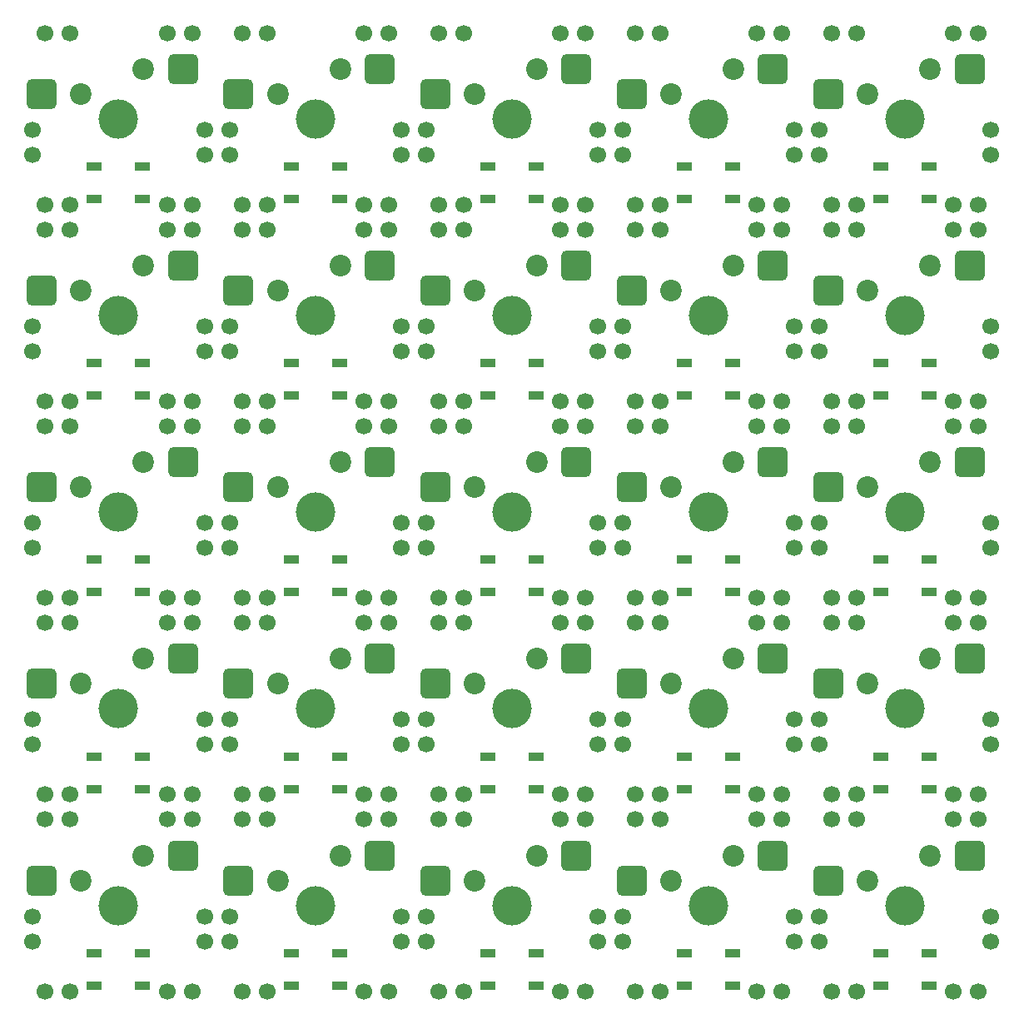
<source format=gbr>
%TF.GenerationSoftware,KiCad,Pcbnew,9.0.0*%
%TF.CreationDate,2025-05-01T22:13:03+08:00*%
%TF.ProjectId,kbd5x5,6b626435-7835-42e6-9b69-6361645f7063,rev?*%
%TF.SameCoordinates,Original*%
%TF.FileFunction,Soldermask,Top*%
%TF.FilePolarity,Negative*%
%FSLAX46Y46*%
G04 Gerber Fmt 4.6, Leading zero omitted, Abs format (unit mm)*
G04 Created by KiCad (PCBNEW 9.0.0) date 2025-05-01 22:13:03*
%MOMM*%
%LPD*%
G01*
G04 APERTURE LIST*
G04 Aperture macros list*
%AMRoundRect*
0 Rectangle with rounded corners*
0 $1 Rounding radius*
0 $2 $3 $4 $5 $6 $7 $8 $9 X,Y pos of 4 corners*
0 Add a 4 corners polygon primitive as box body*
4,1,4,$2,$3,$4,$5,$6,$7,$8,$9,$2,$3,0*
0 Add four circle primitives for the rounded corners*
1,1,$1+$1,$2,$3*
1,1,$1+$1,$4,$5*
1,1,$1+$1,$6,$7*
1,1,$1+$1,$8,$9*
0 Add four rect primitives between the rounded corners*
20,1,$1+$1,$2,$3,$4,$5,0*
20,1,$1+$1,$4,$5,$6,$7,0*
20,1,$1+$1,$6,$7,$8,$9,0*
20,1,$1+$1,$8,$9,$2,$3,0*%
G04 Aperture macros list end*
%ADD10C,4.000000*%
%ADD11C,1.700000*%
%ADD12RoundRect,0.450000X-1.050000X-1.050000X1.050000X-1.050000X1.050000X1.050000X-1.050000X1.050000X0*%
%ADD13C,2.200000*%
%ADD14RoundRect,0.090000X-0.660000X-0.360000X0.660000X-0.360000X0.660000X0.360000X-0.660000X0.360000X0*%
G04 APERTURE END LIST*
D10*
%TO.C,SW1*%
X40000000Y-40000000D03*
D11*
X31270000Y-41110000D03*
D12*
X32190000Y-37460000D03*
D13*
X36190000Y-37460000D03*
D11*
X48730000Y-41110000D03*
D13*
X42540000Y-34920000D03*
D12*
X46540000Y-34920000D03*
D11*
X47460000Y-31270000D03*
X47460000Y-48730000D03*
X31270000Y-43650000D03*
X48730000Y-43650000D03*
X35080000Y-31270000D03*
X35080000Y-48730000D03*
X44920000Y-31270000D03*
X44920000Y-48730000D03*
X32540000Y-31270000D03*
X32540000Y-48730000D03*
%TD*%
D10*
%TO.C,SW22*%
X120000000Y-60000000D03*
D11*
X111270000Y-61110000D03*
D12*
X112190000Y-57460000D03*
D13*
X116190000Y-57460000D03*
D11*
X128730000Y-61110000D03*
D13*
X122540000Y-54920000D03*
D12*
X126540000Y-54920000D03*
D11*
X127460000Y-51270000D03*
X127460000Y-68730000D03*
X111270000Y-63650000D03*
X128730000Y-63650000D03*
X115080000Y-51270000D03*
X115080000Y-68730000D03*
X124920000Y-51270000D03*
X124920000Y-68730000D03*
X112540000Y-51270000D03*
X112540000Y-68730000D03*
%TD*%
D10*
%TO.C,SW17*%
X100000000Y-60000000D03*
D11*
X91270000Y-61110000D03*
D12*
X92190000Y-57460000D03*
D13*
X96190000Y-57460000D03*
D11*
X108730000Y-61110000D03*
D13*
X102540000Y-54920000D03*
D12*
X106540000Y-54920000D03*
D11*
X107460000Y-51270000D03*
X107460000Y-68730000D03*
X91270000Y-63650000D03*
X108730000Y-63650000D03*
X95080000Y-51270000D03*
X95080000Y-68730000D03*
X104920000Y-51270000D03*
X104920000Y-68730000D03*
X92540000Y-51270000D03*
X92540000Y-68730000D03*
%TD*%
D10*
%TO.C,SW18*%
X100000000Y-80000000D03*
D11*
X91270000Y-81110000D03*
D12*
X92190000Y-77460000D03*
D13*
X96190000Y-77460000D03*
D11*
X108730000Y-81110000D03*
D13*
X102540000Y-74920000D03*
D12*
X106540000Y-74920000D03*
D11*
X107460000Y-71270000D03*
X107460000Y-88730000D03*
X91270000Y-83650000D03*
X108730000Y-83650000D03*
X95080000Y-71270000D03*
X95080000Y-88730000D03*
X104920000Y-71270000D03*
X104920000Y-88730000D03*
X92540000Y-71270000D03*
X92540000Y-88730000D03*
%TD*%
D14*
%TO.C,D10*%
X57550000Y-124850000D03*
X57550000Y-128150000D03*
X62450000Y-128150000D03*
X62450000Y-124850000D03*
%TD*%
%TO.C,D25*%
X117550000Y-124850000D03*
X117550000Y-128150000D03*
X122450000Y-128150000D03*
X122450000Y-124850000D03*
%TD*%
%TO.C,D3*%
X37550000Y-84850000D03*
X37550000Y-88150000D03*
X42450000Y-88150000D03*
X42450000Y-84850000D03*
%TD*%
D10*
%TO.C,SW16*%
X100000000Y-40000000D03*
D11*
X91270000Y-41110000D03*
D12*
X92190000Y-37460000D03*
D13*
X96190000Y-37460000D03*
D11*
X108730000Y-41110000D03*
D13*
X102540000Y-34920000D03*
D12*
X106540000Y-34920000D03*
D11*
X107460000Y-31270000D03*
X107460000Y-48730000D03*
X91270000Y-43650000D03*
X108730000Y-43650000D03*
X95080000Y-31270000D03*
X95080000Y-48730000D03*
X104920000Y-31270000D03*
X104920000Y-48730000D03*
X92540000Y-31270000D03*
X92540000Y-48730000D03*
%TD*%
D14*
%TO.C,D20*%
X97550000Y-124850000D03*
X97550000Y-128150000D03*
X102450000Y-128150000D03*
X102450000Y-124850000D03*
%TD*%
%TO.C,D11*%
X77550000Y-44850000D03*
X77550000Y-48150000D03*
X82450000Y-48150000D03*
X82450000Y-44850000D03*
%TD*%
D10*
%TO.C,SW25*%
X120000000Y-120000000D03*
D11*
X111270000Y-121110000D03*
D12*
X112190000Y-117460000D03*
D13*
X116190000Y-117460000D03*
D11*
X128730000Y-121110000D03*
D13*
X122540000Y-114920000D03*
D12*
X126540000Y-114920000D03*
D11*
X127460000Y-111270000D03*
X127460000Y-128730000D03*
X111270000Y-123650000D03*
X128730000Y-123650000D03*
X115080000Y-111270000D03*
X115080000Y-128730000D03*
X124920000Y-111270000D03*
X124920000Y-128730000D03*
X112540000Y-111270000D03*
X112540000Y-128730000D03*
%TD*%
D14*
%TO.C,D6*%
X57550000Y-44850000D03*
X57550000Y-48150000D03*
X62450000Y-48150000D03*
X62450000Y-44850000D03*
%TD*%
%TO.C,D1*%
X37550000Y-44850000D03*
X37550000Y-48150000D03*
X42450000Y-48150000D03*
X42450000Y-44850000D03*
%TD*%
%TO.C,D18*%
X97550000Y-84850000D03*
X97550000Y-88150000D03*
X102450000Y-88150000D03*
X102450000Y-84850000D03*
%TD*%
%TO.C,D19*%
X97550000Y-104850000D03*
X97550000Y-108150000D03*
X102450000Y-108150000D03*
X102450000Y-104850000D03*
%TD*%
%TO.C,D4*%
X37550000Y-104850000D03*
X37550000Y-108150000D03*
X42450000Y-108150000D03*
X42450000Y-104850000D03*
%TD*%
%TO.C,D8*%
X57550000Y-84850000D03*
X57550000Y-88150000D03*
X62450000Y-88150000D03*
X62450000Y-84850000D03*
%TD*%
%TO.C,D7*%
X57550000Y-64850000D03*
X57550000Y-68150000D03*
X62450000Y-68150000D03*
X62450000Y-64850000D03*
%TD*%
%TO.C,D5*%
X37550000Y-124850000D03*
X37550000Y-128150000D03*
X42450000Y-128150000D03*
X42450000Y-124850000D03*
%TD*%
%TO.C,D14*%
X77550000Y-104850000D03*
X77550000Y-108150000D03*
X82450000Y-108150000D03*
X82450000Y-104850000D03*
%TD*%
D10*
%TO.C,SW4*%
X40000000Y-100000000D03*
D11*
X31270000Y-101110000D03*
D12*
X32190000Y-97460000D03*
D13*
X36190000Y-97460000D03*
D11*
X48730000Y-101110000D03*
D13*
X42540000Y-94920000D03*
D12*
X46540000Y-94920000D03*
D11*
X47460000Y-91270000D03*
X47460000Y-108730000D03*
X31270000Y-103650000D03*
X48730000Y-103650000D03*
X35080000Y-91270000D03*
X35080000Y-108730000D03*
X44920000Y-91270000D03*
X44920000Y-108730000D03*
X32540000Y-91270000D03*
X32540000Y-108730000D03*
%TD*%
D10*
%TO.C,SW23*%
X120000000Y-80000000D03*
D11*
X111270000Y-81110000D03*
D12*
X112190000Y-77460000D03*
D13*
X116190000Y-77460000D03*
D11*
X128730000Y-81110000D03*
D13*
X122540000Y-74920000D03*
D12*
X126540000Y-74920000D03*
D11*
X127460000Y-71270000D03*
X127460000Y-88730000D03*
X111270000Y-83650000D03*
X128730000Y-83650000D03*
X115080000Y-71270000D03*
X115080000Y-88730000D03*
X124920000Y-71270000D03*
X124920000Y-88730000D03*
X112540000Y-71270000D03*
X112540000Y-88730000D03*
%TD*%
D10*
%TO.C,SW12*%
X80000000Y-60000000D03*
D11*
X71270000Y-61110000D03*
D12*
X72190000Y-57460000D03*
D13*
X76190000Y-57460000D03*
D11*
X88730000Y-61110000D03*
D13*
X82540000Y-54920000D03*
D12*
X86540000Y-54920000D03*
D11*
X87460000Y-51270000D03*
X87460000Y-68730000D03*
X71270000Y-63650000D03*
X88730000Y-63650000D03*
X75080000Y-51270000D03*
X75080000Y-68730000D03*
X84920000Y-51270000D03*
X84920000Y-68730000D03*
X72540000Y-51270000D03*
X72540000Y-68730000D03*
%TD*%
D14*
%TO.C,D9*%
X57550000Y-104850000D03*
X57550000Y-108150000D03*
X62450000Y-108150000D03*
X62450000Y-104850000D03*
%TD*%
%TO.C,D15*%
X77550000Y-124850000D03*
X77550000Y-128150000D03*
X82450000Y-128150000D03*
X82450000Y-124850000D03*
%TD*%
%TO.C,D12*%
X77550000Y-64850000D03*
X77550000Y-68150000D03*
X82450000Y-68150000D03*
X82450000Y-64850000D03*
%TD*%
%TO.C,D13*%
X77550000Y-84850000D03*
X77550000Y-88150000D03*
X82450000Y-88150000D03*
X82450000Y-84850000D03*
%TD*%
%TO.C,D17*%
X97550000Y-64850000D03*
X97550000Y-68150000D03*
X102450000Y-68150000D03*
X102450000Y-64850000D03*
%TD*%
%TO.C,D21*%
X117550000Y-44850000D03*
X117550000Y-48150000D03*
X122450000Y-48150000D03*
X122450000Y-44850000D03*
%TD*%
D10*
%TO.C,SW5*%
X40000000Y-120000000D03*
D11*
X31270000Y-121110000D03*
D12*
X32190000Y-117460000D03*
D13*
X36190000Y-117460000D03*
D11*
X48730000Y-121110000D03*
D13*
X42540000Y-114920000D03*
D12*
X46540000Y-114920000D03*
D11*
X47460000Y-111270000D03*
X47460000Y-128730000D03*
X31270000Y-123650000D03*
X48730000Y-123650000D03*
X35080000Y-111270000D03*
X35080000Y-128730000D03*
X44920000Y-111270000D03*
X44920000Y-128730000D03*
X32540000Y-111270000D03*
X32540000Y-128730000D03*
%TD*%
D10*
%TO.C,SW10*%
X60000000Y-120000000D03*
D11*
X51270000Y-121110000D03*
D12*
X52190000Y-117460000D03*
D13*
X56190000Y-117460000D03*
D11*
X68730000Y-121110000D03*
D13*
X62540000Y-114920000D03*
D12*
X66540000Y-114920000D03*
D11*
X67460000Y-111270000D03*
X67460000Y-128730000D03*
X51270000Y-123650000D03*
X68730000Y-123650000D03*
X55080000Y-111270000D03*
X55080000Y-128730000D03*
X64920000Y-111270000D03*
X64920000Y-128730000D03*
X52540000Y-111270000D03*
X52540000Y-128730000D03*
%TD*%
D10*
%TO.C,SW15*%
X80000000Y-120000000D03*
D11*
X71270000Y-121110000D03*
D12*
X72190000Y-117460000D03*
D13*
X76190000Y-117460000D03*
D11*
X88730000Y-121110000D03*
D13*
X82540000Y-114920000D03*
D12*
X86540000Y-114920000D03*
D11*
X87460000Y-111270000D03*
X87460000Y-128730000D03*
X71270000Y-123650000D03*
X88730000Y-123650000D03*
X75080000Y-111270000D03*
X75080000Y-128730000D03*
X84920000Y-111270000D03*
X84920000Y-128730000D03*
X72540000Y-111270000D03*
X72540000Y-128730000D03*
%TD*%
D14*
%TO.C,D24*%
X117550000Y-104850000D03*
X117550000Y-108150000D03*
X122450000Y-108150000D03*
X122450000Y-104850000D03*
%TD*%
%TO.C,D22*%
X117550000Y-64850000D03*
X117550000Y-68150000D03*
X122450000Y-68150000D03*
X122450000Y-64850000D03*
%TD*%
D10*
%TO.C,SW7*%
X60000000Y-60000000D03*
D11*
X51270000Y-61110000D03*
D12*
X52190000Y-57460000D03*
D13*
X56190000Y-57460000D03*
D11*
X68730000Y-61110000D03*
D13*
X62540000Y-54920000D03*
D12*
X66540000Y-54920000D03*
D11*
X67460000Y-51270000D03*
X67460000Y-68730000D03*
X51270000Y-63650000D03*
X68730000Y-63650000D03*
X55080000Y-51270000D03*
X55080000Y-68730000D03*
X64920000Y-51270000D03*
X64920000Y-68730000D03*
X52540000Y-51270000D03*
X52540000Y-68730000D03*
%TD*%
D10*
%TO.C,SW3*%
X40000000Y-80000000D03*
D11*
X31270000Y-81110000D03*
D12*
X32190000Y-77460000D03*
D13*
X36190000Y-77460000D03*
D11*
X48730000Y-81110000D03*
D13*
X42540000Y-74920000D03*
D12*
X46540000Y-74920000D03*
D11*
X47460000Y-71270000D03*
X47460000Y-88730000D03*
X31270000Y-83650000D03*
X48730000Y-83650000D03*
X35080000Y-71270000D03*
X35080000Y-88730000D03*
X44920000Y-71270000D03*
X44920000Y-88730000D03*
X32540000Y-71270000D03*
X32540000Y-88730000D03*
%TD*%
D14*
%TO.C,D16*%
X97550000Y-44850000D03*
X97550000Y-48150000D03*
X102450000Y-48150000D03*
X102450000Y-44850000D03*
%TD*%
%TO.C,D2*%
X37550000Y-64850000D03*
X37550000Y-68150000D03*
X42450000Y-68150000D03*
X42450000Y-64850000D03*
%TD*%
%TO.C,D23*%
X117550000Y-84850000D03*
X117550000Y-88150000D03*
X122450000Y-88150000D03*
X122450000Y-84850000D03*
%TD*%
D10*
%TO.C,SW11*%
X80000000Y-40000000D03*
D11*
X71270000Y-41110000D03*
D12*
X72190000Y-37460000D03*
D13*
X76190000Y-37460000D03*
D11*
X88730000Y-41110000D03*
D13*
X82540000Y-34920000D03*
D12*
X86540000Y-34920000D03*
D11*
X87460000Y-31270000D03*
X87460000Y-48730000D03*
X71270000Y-43650000D03*
X88730000Y-43650000D03*
X75080000Y-31270000D03*
X75080000Y-48730000D03*
X84920000Y-31270000D03*
X84920000Y-48730000D03*
X72540000Y-31270000D03*
X72540000Y-48730000D03*
%TD*%
D10*
%TO.C,SW20*%
X100000000Y-120000000D03*
D11*
X91270000Y-121110000D03*
D12*
X92190000Y-117460000D03*
D13*
X96190000Y-117460000D03*
D11*
X108730000Y-121110000D03*
D13*
X102540000Y-114920000D03*
D12*
X106540000Y-114920000D03*
D11*
X107460000Y-111270000D03*
X107460000Y-128730000D03*
X91270000Y-123650000D03*
X108730000Y-123650000D03*
X95080000Y-111270000D03*
X95080000Y-128730000D03*
X104920000Y-111270000D03*
X104920000Y-128730000D03*
X92540000Y-111270000D03*
X92540000Y-128730000D03*
%TD*%
D10*
%TO.C,SW21*%
X120000000Y-40000000D03*
D11*
X111270000Y-41110000D03*
D12*
X112190000Y-37460000D03*
D13*
X116190000Y-37460000D03*
D11*
X128730000Y-41110000D03*
D13*
X122540000Y-34920000D03*
D12*
X126540000Y-34920000D03*
D11*
X127460000Y-31270000D03*
X127460000Y-48730000D03*
X111270000Y-43650000D03*
X128730000Y-43650000D03*
X115080000Y-31270000D03*
X115080000Y-48730000D03*
X124920000Y-31270000D03*
X124920000Y-48730000D03*
X112540000Y-31270000D03*
X112540000Y-48730000D03*
%TD*%
D10*
%TO.C,SW2*%
X40000000Y-60000000D03*
D11*
X31270000Y-61110000D03*
D12*
X32190000Y-57460000D03*
D13*
X36190000Y-57460000D03*
D11*
X48730000Y-61110000D03*
D13*
X42540000Y-54920000D03*
D12*
X46540000Y-54920000D03*
D11*
X47460000Y-51270000D03*
X47460000Y-68730000D03*
X31270000Y-63650000D03*
X48730000Y-63650000D03*
X35080000Y-51270000D03*
X35080000Y-68730000D03*
X44920000Y-51270000D03*
X44920000Y-68730000D03*
X32540000Y-51270000D03*
X32540000Y-68730000D03*
%TD*%
D10*
%TO.C,SW6*%
X60000000Y-40000000D03*
D11*
X51270000Y-41110000D03*
D12*
X52190000Y-37460000D03*
D13*
X56190000Y-37460000D03*
D11*
X68730000Y-41110000D03*
D13*
X62540000Y-34920000D03*
D12*
X66540000Y-34920000D03*
D11*
X67460000Y-31270000D03*
X67460000Y-48730000D03*
X51270000Y-43650000D03*
X68730000Y-43650000D03*
X55080000Y-31270000D03*
X55080000Y-48730000D03*
X64920000Y-31270000D03*
X64920000Y-48730000D03*
X52540000Y-31270000D03*
X52540000Y-48730000D03*
%TD*%
D10*
%TO.C,SW9*%
X60000000Y-100000000D03*
D11*
X51270000Y-101110000D03*
D12*
X52190000Y-97460000D03*
D13*
X56190000Y-97460000D03*
D11*
X68730000Y-101110000D03*
D13*
X62540000Y-94920000D03*
D12*
X66540000Y-94920000D03*
D11*
X67460000Y-91270000D03*
X67460000Y-108730000D03*
X51270000Y-103650000D03*
X68730000Y-103650000D03*
X55080000Y-91270000D03*
X55080000Y-108730000D03*
X64920000Y-91270000D03*
X64920000Y-108730000D03*
X52540000Y-91270000D03*
X52540000Y-108730000D03*
%TD*%
D10*
%TO.C,SW13*%
X80000000Y-80000000D03*
D11*
X71270000Y-81110000D03*
D12*
X72190000Y-77460000D03*
D13*
X76190000Y-77460000D03*
D11*
X88730000Y-81110000D03*
D13*
X82540000Y-74920000D03*
D12*
X86540000Y-74920000D03*
D11*
X87460000Y-71270000D03*
X87460000Y-88730000D03*
X71270000Y-83650000D03*
X88730000Y-83650000D03*
X75080000Y-71270000D03*
X75080000Y-88730000D03*
X84920000Y-71270000D03*
X84920000Y-88730000D03*
X72540000Y-71270000D03*
X72540000Y-88730000D03*
%TD*%
D10*
%TO.C,SW14*%
X80000000Y-100000000D03*
D11*
X71270000Y-101110000D03*
D12*
X72190000Y-97460000D03*
D13*
X76190000Y-97460000D03*
D11*
X88730000Y-101110000D03*
D13*
X82540000Y-94920000D03*
D12*
X86540000Y-94920000D03*
D11*
X87460000Y-91270000D03*
X87460000Y-108730000D03*
X71270000Y-103650000D03*
X88730000Y-103650000D03*
X75080000Y-91270000D03*
X75080000Y-108730000D03*
X84920000Y-91270000D03*
X84920000Y-108730000D03*
X72540000Y-91270000D03*
X72540000Y-108730000D03*
%TD*%
D10*
%TO.C,SW19*%
X100000000Y-100000000D03*
D11*
X91270000Y-101110000D03*
D12*
X92190000Y-97460000D03*
D13*
X96190000Y-97460000D03*
D11*
X108730000Y-101110000D03*
D13*
X102540000Y-94920000D03*
D12*
X106540000Y-94920000D03*
D11*
X107460000Y-91270000D03*
X107460000Y-108730000D03*
X91270000Y-103650000D03*
X108730000Y-103650000D03*
X95080000Y-91270000D03*
X95080000Y-108730000D03*
X104920000Y-91270000D03*
X104920000Y-108730000D03*
X92540000Y-91270000D03*
X92540000Y-108730000D03*
%TD*%
D10*
%TO.C,SW24*%
X120000000Y-100000000D03*
D11*
X111270000Y-101110000D03*
D12*
X112190000Y-97460000D03*
D13*
X116190000Y-97460000D03*
D11*
X128730000Y-101110000D03*
D13*
X122540000Y-94920000D03*
D12*
X126540000Y-94920000D03*
D11*
X127460000Y-91270000D03*
X127460000Y-108730000D03*
X111270000Y-103650000D03*
X128730000Y-103650000D03*
X115080000Y-91270000D03*
X115080000Y-108730000D03*
X124920000Y-91270000D03*
X124920000Y-108730000D03*
X112540000Y-91270000D03*
X112540000Y-108730000D03*
%TD*%
D10*
%TO.C,SW8*%
X60000000Y-80000000D03*
D11*
X51270000Y-81110000D03*
D12*
X52190000Y-77460000D03*
D13*
X56190000Y-77460000D03*
D11*
X68730000Y-81110000D03*
D13*
X62540000Y-74920000D03*
D12*
X66540000Y-74920000D03*
D11*
X67460000Y-71270000D03*
X67460000Y-88730000D03*
X51270000Y-83650000D03*
X68730000Y-83650000D03*
X55080000Y-71270000D03*
X55080000Y-88730000D03*
X64920000Y-71270000D03*
X64920000Y-88730000D03*
X52540000Y-71270000D03*
X52540000Y-88730000D03*
%TD*%
M02*

</source>
